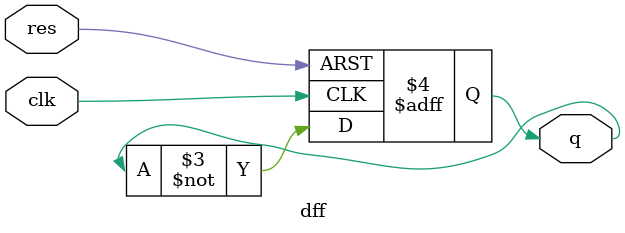
<source format=v>
module dff(clk, q, res);
    input clk, res;
    output reg q;
    
    always @ (posedge clk or negedge res) begin
        if(!res) q <= 0;
        else q <= ~q;
    end
    endmodule
</source>
